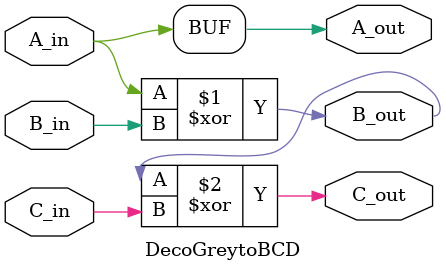
<source format=v>
`timescale 1ns / 1ps

module DecoGreytoBCD(
	A_in,B_in,C_in,	//3 bits de entrada
	A_out, B_out, C_out //3 bits de salida
	);
	
	input A_in, B_in, C_in;
	output A_out, B_out, C_out;
	
	wire A_in, B_in, C_in;
	wire A_out, B_out, C_out;
	
	//Aqui se hace la transformación
	assign A_out = A_in;
	xor xorB(B_out, A_in, B_in);
	xor xorC(C_out, B_out, C_in);
	
	
endmodule


</source>
